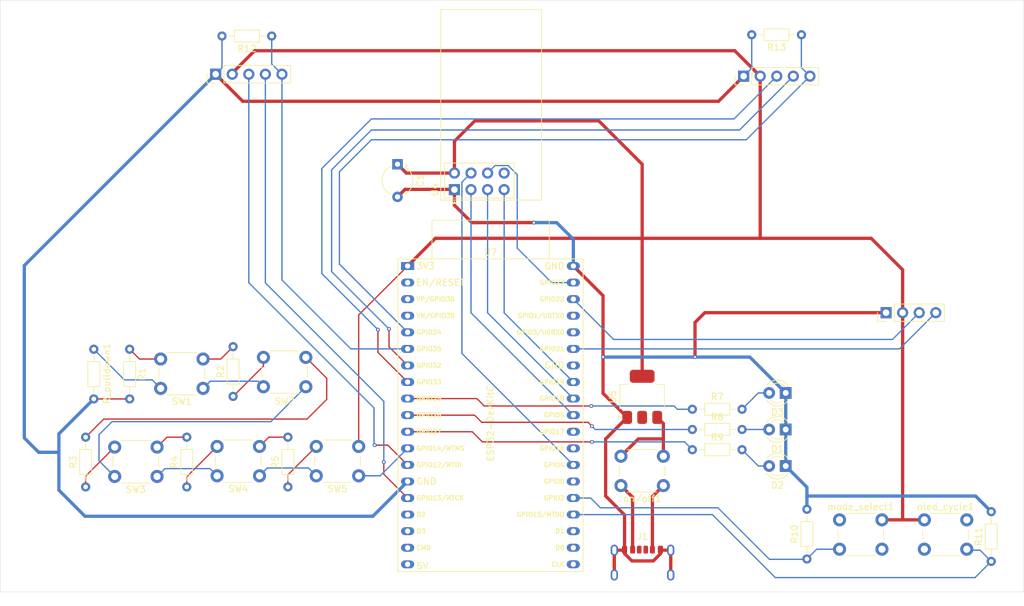
<source format=kicad_pcb>
(kicad_pcb (version 20240108) (generator "pcbnew") (generator_version "8.0")
  (layers (0 "F.Cu" signal) (31 "B.Cu" signal) (34 "B.Paste" user) (35 "F.Paste" user) (36 "B.SilkS" user "B.Silkscreen") (37 "F.SilkS" user "F.Silkscreen") (38 "B.Mask" user) (39 "F.Mask" user) (44 "Edge.Cuts" user))
  (net 0 "")
  (net 1 "GND")
  (net 2 "/3v3")
  (net 3 "Net-(D1-A)")
  (net 4 "Net-(D2-A)")
  (net 5 "Net-(D3-A)")
  (net 8 "/joy0_y")
  (net 9 "/joy0_x")
  (net 10 "/calibrate_joy0")
  (net 11 "/calibrate_joy1")
  (net 12 "/joy1_y")
  (net 13 "/joy1_x")
  (net 14 "/mode_select")
  (net 15 "/oled_cycle")
  (net 16 "Net-(R1-Pad1)")
  (net 17 "Net-(R2-Pad1)")
  (net 18 "Net-(R3-Pad1)")
  (net 19 "Net-(R4-Pad1)")
  (net 20 "/LED1")
  (net 21 "/LED2")
  (net 22 "/LED0")
  (net 23 "/oled_scl")
  (net 24 "/oled_sda")
  (net 25 "/CSN")
  (net 26 "/SCK")
  (net 27 "/MOSI")
  (net 28 "/MISO")
  (net 29 "/CE")
  (net 42 "Net-(on/off1-A)")
  (net 43 "Net-(U5-VI)")
  (net 44 "/sw_analog_in")
  (footprint "Resistor_THT:R_Axial_DIN0204_L3.6mm_D1.6mm_P7.62mm_Horizontal" (layer "F.Cu") (at 110.7 110.23 90)
    (property "Reference" "R2" (at 3.81 -1.92 90) (layer "F.SilkS"))
    (property "Value" "10kΩ")
    (pad "1" thru_hole circle (at 0 0 90) (size 1.4 1.4) (drill 0.7) (layers "*.Cu" "*.Mask") (net 17 "Net-(R2-Pad1)"))
    (pad "2" thru_hole oval (at 7.62 0 90) (size 1.4 1.4) (drill 0.7) (layers "*.Cu" "*.Mask") (net 16 "Net-(R1-Pad1)"))
  )
  (footprint "Capacitor_THT:CP_Radial_Tantal_D4.5mm_P5.00mm" (layer "F.Cu") (at 135.9 74.65 -90)
    (property "Reference" "C1" (at 2.5 -3.5 90) (layer "F.SilkS"))
    (property "Value" "10uF")
    (pad "1" thru_hole rect (at 0 0 270) (size 1.6 1.6) (drill 0.8) (layers "*.Cu" "*.Mask") (net 2 "/3v3"))
    (pad "2" thru_hole circle (at 5 0 270) (size 1.6 1.6) (drill 0.8) (layers "*.Cu" "*.Mask") (net 1 "GND"))
  )
  (footprint "Button_Switch_THT:SW_PUSH_6mm" (layer "F.Cu") (at 99.05 122.5 180)
    (property "Reference" "SW3" (at 3.25 -2 0) (layer "F.SilkS"))
    (property "Value" "SW_Push")
    (pad "1" thru_hole circle (at 0 0 270) (size 2 2) (drill 1.1) (layers "*.Cu" "*.Mask") (net 44 "/sw_analog_in"))
    (pad "1" thru_hole circle (at 6.5 0 270) (size 2 2) (drill 1.1) (layers "*.Cu" "*.Mask") (net 44 "/sw_analog_in"))
    (pad "2" thru_hole circle (at 0 4.5 270) (size 2 2) (drill 1.1) (layers "*.Cu" "*.Mask") (net 18 "Net-(R3-Pad1)"))
    (pad "2" thru_hole circle (at 6.5 4.5 270) (size 2 2) (drill 1.1) (layers "*.Cu" "*.Mask") (net 18 "Net-(R3-Pad1)"))
  )
  (footprint "LED_THT:LED_D3.0mm" (layer "F.Cu") (at 195.4 115.3 180)
    (property "Reference" "D1" (at 1.27 -2.96 0) (layer "F.SilkS"))
    (property "Value" "LED")
    (pad "1" thru_hole rect (at 0 0 180) (size 1.8 1.8) (drill 0.9) (layers "*.Cu" "*.Mask") (net 1 "GND"))
    (pad "2" thru_hole circle (at 2.54 0 180) (size 1.8 1.8) (drill 0.9) (layers "*.Cu" "*.Mask") (net 3 "Net-(D1-A)"))
  )
  (footprint "Button_Switch_THT:SW_PUSH_6mm" (layer "F.Cu") (at 106.1 109 180)
    (property "Reference" "SW1" (at 3.25 -2 0) (layer "F.SilkS"))
    (property "Value" "SW_Push")
    (pad "1" thru_hole circle (at 0 0 270) (size 2 2) (drill 1.1) (layers "*.Cu" "*.Mask") (net 44 "/sw_analog_in"))
    (pad "1" thru_hole circle (at 6.5 0 270) (size 2 2) (drill 1.1) (layers "*.Cu" "*.Mask") (net 44 "/sw_analog_in"))
    (pad "2" thru_hole circle (at 0 4.5 270) (size 2 2) (drill 1.1) (layers "*.Cu" "*.Mask") (net 16 "Net-(R1-Pad1)"))
    (pad "2" thru_hole circle (at 6.5 4.5 270) (size 2 2) (drill 1.1) (layers "*.Cu" "*.Mask") (net 16 "Net-(R1-Pad1)"))
  )
  (footprint "Resistor_THT:R_Axial_DIN0204_L3.6mm_D1.6mm_P7.62mm_Horizontal" (layer "F.Cu") (at 89.35 103 -90)
    (property "Reference" "R_pulldown1" (at 3.75 -2 90) (layer "F.SilkS"))
    (property "Value" "10kΩ")
    (pad "1" thru_hole circle (at 0 0 270) (size 1.4 1.4) (drill 0.7) (layers "*.Cu" "*.Mask") (net 44 "/sw_analog_in"))
    (pad "2" thru_hole oval (at 7.62 0 270) (size 1.4 1.4) (drill 0.7) (layers "*.Cu" "*.Mask") (net 1 "GND"))
  )
  (footprint "Button_Switch_THT:SW_PUSH_6mm" (layer "F.Cu") (at 114.75 122.4 180)
    (property "Reference" "SW4" (at 3.25 -2 0) (layer "F.SilkS"))
    (property "Value" "SW_Push")
    (pad "1" thru_hole circle (at 0 0 270) (size 2 2) (drill 1.1) (layers "*.Cu" "*.Mask") (net 44 "/sw_analog_in"))
    (pad "1" thru_hole circle (at 6.5 0 270) (size 2 2) (drill 1.1) (layers "*.Cu" "*.Mask") (net 44 "/sw_analog_in"))
    (pad "2" thru_hole circle (at 0 4.5 270) (size 2 2) (drill 1.1) (layers "*.Cu" "*.Mask") (net 19 "Net-(R4-Pad1)"))
    (pad "2" thru_hole circle (at 6.5 4.5 270) (size 2 2) (drill 1.1) (layers "*.Cu" "*.Mask") (net 19 "Net-(R4-Pad1)"))
  )
  (footprint "Button_Switch_THT:SW_PUSH_6mm" (layer "F.Cu") (at 216.65 129.15)
    (property "Reference" "oled_cycle1" (at 3.25 -2 0) (layer "F.SilkS"))
    (property "Value" "SW_Push")
    (pad "1" thru_hole circle (at 0 0 90) (size 2 2) (drill 1.1) (layers "*.Cu" "*.Mask") (net 2 "/3v3"))
    (pad "1" thru_hole circle (at 6.5 0 90) (size 2 2) (drill 1.1) (layers "*.Cu" "*.Mask") (net 2 "/3v3"))
    (pad "2" thru_hole circle (at 0 4.5 90) (size 2 2) (drill 1.1) (layers "*.Cu" "*.Mask") (net 15 "/oled_cycle"))
    (pad "2" thru_hole circle (at 6.5 4.5 90) (size 2 2) (drill 1.1) (layers "*.Cu" "*.Mask") (net 15 "/oled_cycle"))
  )
  (footprint "Resistor_THT:R_Axial_DIN0204_L3.6mm_D1.6mm_P7.62mm_Horizontal" (layer "F.Cu") (at 197.81 54.8 180)
    (property "Reference" "R13" (at 3.81 -1.92 0) (layer "F.SilkS"))
    (property "Value" "10kΩ")
    (pad "1" thru_hole circle (at 0 0 180) (size 1.4 1.4) (drill 0.7) (layers "*.Cu" "*.Mask") (net 10 "/calibrate_joy0"))
    (pad "2" thru_hole oval (at 7.62 0 180) (size 1.4 1.4) (drill 0.7) (layers "*.Cu" "*.Mask") (net 1 "GND"))
  )
  (footprint "Resistor_THT:R_Axial_DIN0204_L3.6mm_D1.6mm_P7.62mm_Horizontal" (layer "F.Cu") (at 226.9 135.52 90)
    (property "Reference" "R11" (at 3.81 -1.92 90) (layer "F.SilkS"))
    (property "Value" "10kΩ")
    (pad "1" thru_hole circle (at 0 0 90) (size 1.4 1.4) (drill 0.7) (layers "*.Cu" "*.Mask") (net 15 "/oled_cycle"))
    (pad "2" thru_hole oval (at 7.62 0 90) (size 1.4 1.4) (drill 0.7) (layers "*.Cu" "*.Mask") (net 1 "GND"))
  )
  (footprint "Package_TO_SOT_SMD:SOT-223-3_TabPin2" (layer "F.Cu") (at 173.4 110.3 90)
    (property "Reference" "U5" (at 0 -4.5 90) (layer "F.SilkS"))
    (property "Value" "AMS1117-3.3")
    (pad "1" smd roundrect (at -3.15 -2.3 90) (size 2 1.5) (layers "F.Cu" "F.Paste" "F.Mask") (net 1 "GND"))
    (pad "2" smd roundrect (at -3.15 0 90) (size 2 1.5) (layers "F.Cu" "F.Paste" "F.Mask") (net 2 "/3v3"))
    (pad "2" smd roundrect (at 3.15 0 90) (size 2 3.8) (layers "F.Cu" "F.Paste" "F.Mask") (net 2 "/3v3"))
    (pad "3" smd roundrect (at -3.15 2.3 90) (size 2 1.5) (layers "F.Cu" "F.Paste" "F.Mask") (net 43 "Net-(U5-VI)"))
  )
  (footprint "LED_THT:LED_D3.0mm" (layer "F.Cu") (at 195.4 120.9 180)
    (property "Reference" "D2" (at 1.27 -2.96 0) (layer "F.SilkS"))
    (property "Value" "LED")
    (pad "1" thru_hole rect (at 0 0 180) (size 1.8 1.8) (drill 0.9) (layers "*.Cu" "*.Mask") (net 1 "GND"))
    (pad "2" thru_hole circle (at 2.54 0 180) (size 1.8 1.8) (drill 0.9) (layers "*.Cu" "*.Mask") (net 4 "Net-(D2-A)"))
  )
  (footprint "PCM_Espressif:ESP32-DevKitC" (layer "F.Cu") (at 137.45 90.24656)
    (property "Reference" "U7" (at 12.7 -2.1 0) (layer "F.SilkS"))
    (property "Value" "ESP32-DevKitC" (at 12.7 24.13 90) (layer "F.SilkS"))
    (fp_text user "GPIO32" (at 1.27 15.24 0) (layer "F.SilkS") (effects (font (size 0.7 0.7)) (justify left)))
    (fp_text user "5V" (at 1.26632 45.97128 0) (layer "F.SilkS") (effects (justify left)))
    (fp_text user "GPIO25" (at 1.27 20.32 0) (layer "F.SilkS") (effects (font (size 0.7 0.7)) (justify left)))
    (fp_text user "GPIO23" (at 24.13 2.54 0) (layer "F.SilkS") (effects (font (size 0.7 0.7)) (justify right)))
    (fp_text user "GPIO35" (at 1.27 12.7 0) (layer "F.SilkS") (effects (font (size 0.7 0.7)) (justify left)))
    (fp_text user "GPIO27" (at 1.27 25.4 0) (layer "F.SilkS") (effects (font (size 0.7 0.7)) (justify left)))
    (fp_text user "D2" (at 1.27 38.1 0) (layer "F.SilkS") (effects (font (size 0.7 0.7)) (justify left)))
    (fp_text user "VN/GPIO39" (at 1.27 7.62 0) (layer "F.SilkS") (effects (font (size 0.7 0.7)) (justify left)))
    (fp_text user "GPIO14/MTMS" (at 1.27 27.94 0) (layer "F.SilkS") (effects (font (size 0.7 0.7)) (justify left)))
    (fp_text user "GPIO4" (at 24.13 30.48 0) (layer "F.SilkS") (effects (font (size 0.7 0.7)) (justify right)))
    (fp_text user "GPIO33" (at 1.27 17.78 0) (layer "F.SilkS") (effects (font (size 0.7 0.7)) (justify left)))
    (fp_text user "D0" (at 24.13 43.18 0) (layer "F.SilkS") (effects (font (size 0.7 0.7)) (justify right)))
    (fp_text user "GPIO5" (at 24.13 22.86 0) (layer "F.SilkS") (effects (font (size 0.7 0.7)) (justify right)))
    (fp_text user "D3" (at 1.27 40.64 0) (layer "F.SilkS") (effects (font (size 0.7 0.7)) (justify left)))
    (fp_text user "GPIO12/MTDI" (at 1.27 30.48 0) (layer "F.SilkS") (effects (font (size 0.7 0.7)) (justify left)))
    (fp_text user "GPIO22" (at 24.13 5.08 0) (layer "F.SilkS") (effects (font (size 0.7 0.7)) (justify right)))
    (fp_text user "GPIO0" (at 24.13 33.02 0) (layer "F.SilkS") (effects (font (size 0.7 0.7)) (justify right)))
    (fp_text user "GND" (at 24.13 15.24 0) (layer "F.SilkS") (effects (justify right)))
    (fp_text user "GPIO3/U0RXD" (at 24.13 10.16 0) (layer "F.SilkS") (effects (font (size 0.7 0.7)) (justify right)))
    (fp_text user "GPIO16" (at 24.13 27.94 0) (layer "F.SilkS") (effects (font (size 0.7 0.7)) (justify right)))
    (fp_text user "GPIO26" (at 1.27 22.86 0) (layer "F.SilkS") (effects (font (size 0.7 0.7)) (justify left)))
    (fp_text user "CLK" (at 24.13 45.72 0) (layer "F.SilkS") (effects (font (size 0.7 0.7)) (justify right)))
    (fp_text user "GPIO2" (at 24.13 35.56 0) (layer "F.SilkS") (effects (font (size 0.7 0.7)) (justify right)))
    (fp_text user "VP/GPIO36" (at 1.27 5.08 0) (layer "F.SilkS") (effects (font (size 0.7 0.7)) (justify left)))
    (fp_text user "GPIO13/MTCK" (at 1.27 35.56 0) (layer "F.SilkS") (effects (font (size 0.7 0.7)) (justify left)))
    (fp_text user "GPIO17" (at 24.13 25.4 0) (layer "F.SilkS") (effects (font (size 0.7 0.7)) (justify right)))
    (fp_text user "GND" (at 1.27 33.02 0) (layer "F.SilkS") (effects (justify left)))
    (fp_text user "GPIO1/U0TXD" (at 24.13 7.62 0) (layer "F.SilkS") (effects (font (size 0.7 0.7)) (justify right)))
    (fp_text user "CMD" (at 1.27 43.18 0) (layer "F.SilkS") (effects (font (size 0.7 0.7)) (justify left)))
    (fp_text user "GPIO34" (at 1.27 10.16 0) (layer "F.SilkS") (effects (font (size 0.7 0.7)) (justify left)))
    (fp_text user "GPIO18" (at 24.13 20.32 0) (layer "F.SilkS") (effects (font (size 0.7 0.7)) (justify right)))
    (fp_text user "D1" (at 24.13 40.64 0) (layer "F.SilkS") (effects (font (size 0.7 0.7)) (justify right)))
    (fp_text user "GPIO19" (at 24.13 17.78 0) (layer "F.SilkS") (effects (font (size 0.7 0.7)) (justify right)))
    (fp_text user "GPIO15/MTDO" (at 24.13 38.1 0) (layer "F.SilkS") (effects (font (size 0.7 0.7)) (justify right)))
    (fp_text user "3V3" (at 1.27 0 0) (layer "F.SilkS") (effects (justify left)))
    (fp_text user "GND" (at 24.13 0 0) (layer "F.SilkS") (effects (justify right)))
    (fp_text user "EN/RESET" (at 8.88632 2.53728 0) (layer "F.SilkS") (effects (justify right)))
    (fp_text user "GPIO21" (at 24.13 12.7 0) (layer "F.SilkS") (effects (font (size 0.7 0.7)) (justify right)))
    (pad "1" thru_hole rect (at 0 0 270) (size 1.2 2) (drill 0.8) (layers "*.Cu" "*.Mask") (net 2 "/3v3"))
    (pad "2" thru_hole oval (at 0 2.54 270) (size 1.2 2) (drill 0.8) (layers "*.Cu" "*.Mask"))
    (pad "3" thru_hole oval (at 0 5.08 270) (size 1.2 2) (drill 0.8) (layers "*.Cu" "*.Mask"))
    (pad "4" thru_hole oval (at 0 7.62 270) (size 1.2 2) (drill 0.8) (layers "*.Cu" "*.Mask"))
    (pad "5" thru_hole oval (at 0 10.16 270) (size 1.2 2) (drill 0.8) (layers "*.Cu" "*.Mask") (net 10 "/calibrate_joy0"))
    (pad "6" thru_hole oval (at 0 12.7 270) (size 1.2 2) (drill 0.8) (layers "*.Cu" "*.Mask") (net 11 "/calibrate_joy1"))
    (pad "7" thru_hole oval (at 0 15.24 270) (size 1.2 2) (drill 0.8) (layers "*.Cu" "*.Mask") (net 8 "/joy0_y"))
    (pad "8" thru_hole oval (at 0 17.78 270) (size 1.2 2) (drill 0.8) (layers "*.Cu" "*.Mask") (net 9 "/joy0_x"))
    (pad "9" thru_hole oval (at 0 20.32 270) (size 1.2 2) (drill 0.8) (layers "*.Cu" "*.Mask") (net 22 "/LED0"))
    (pad "10" thru_hole oval (at 0 22.86 270) (size 1.2 2) (drill 0.8) (layers "*.Cu" "*.Mask") (net 20 "/LED1"))
    (pad "11" thru_hole oval (at 0 25.4 270) (size 1.2 2) (drill 0.8) (layers "*.Cu" "*.Mask") (net 21 "/LED2"))
    (pad "12" thru_hole oval (at 0 27.94 270) (size 1.2 2) (drill 0.8) (layers "*.Cu" "*.Mask") (net 44 "/sw_analog_in"))
    (pad "13" thru_hole oval (at 0 30.48 270) (size 1.2 2) (drill 0.8) (layers "*.Cu" "*.Mask") (net 13 "/joy1_x"))
    (pad "14" thru_hole oval (at 0 33.02 270) (size 1.2 2) (drill 0.8) (layers "*.Cu" "*.Mask") (net 1 "GND"))
    (pad "15" thru_hole oval (at 0 35.56 270) (size 1.2 2) (drill 0.8) (layers "*.Cu" "*.Mask") (net 12 "/joy1_y"))
    (pad "16" thru_hole oval (at 0 38.1 270) (size 1.2 2) (drill 0.8) (layers "*.Cu" "*.Mask"))
    (pad "17" thru_hole oval (at 0 40.64 270) (size 1.2 2) (drill 0.8) (layers "*.Cu" "*.Mask"))
    (pad "18" thru_hole oval (at 0 43.18 270) (size 1.2 2) (drill 0.8) (layers "*.Cu" "*.Mask"))
    (pad "19" thru_hole oval (at 0 45.72 270) (size 1.2 2) (drill 0.8) (layers "*.Cu" "*.Mask"))
    (pad "20" thru_hole oval (at 25.39632 45.71728 270) (size 1.2 2) (drill 0.8) (layers "*.Cu" "*.Mask"))
    (pad "21" thru_hole oval (at 25.39632 43.17728 270) (size 1.2 2) (drill 0.8) (layers "*.Cu" "*.Mask"))
    (pad "22" thru_hole oval (at 25.4 40.64 270) (size 1.2 2) (drill 0.8) (layers "*.Cu" "*.Mask"))
    (pad "23" thru_hole oval (at 25.4 38.1 270) (size 1.2 2) (drill 0.8) (layers "*.Cu" "*.Mask") (net 15 "/oled_cycle"))
    (pad "24" thru_hole oval (at 25.4 35.56 270) (size 1.2 2) (drill 0.8) (layers "*.Cu" "*.Mask") (net 14 "/mode_select"))
    (pad "25" thru_hole oval (at 25.4 33.02 270) (size 1.2 2) (drill 0.8) (layers "*.Cu" "*.Mask"))
    (pad "26" thru_hole oval (at 25.4 30.48 270) (size 1.2 2) (drill 0.8) (layers "*.Cu" "*.Mask") (net 25 "/CSN"))
    (pad "27" thru_hole oval (at 25.4 27.94 270) (size 1.2 2) (drill 0.8) (layers "*.Cu" "*.Mask"))
    (pad "28" thru_hole oval (at 25.4 25.4 270) (size 1.2 2) (drill 0.8) (layers "*.Cu" "*.Mask"))
    (pad "29" thru_hole oval (at 25.4 22.86 270) (size 1.2 2) (drill 0.8) (layers "*.Cu" "*.Mask") (net 29 "/CE"))
    (pad "30" thru_hole oval (at 25.4 20.32 270) (size 1.2 2) (drill 0.8) (layers "*.Cu" "*.Mask") (net 26 "/SCK"))
    (pad "31" thru_hole oval (at 25.4 17.78 270) (size 1.2 2) (drill 0.8) (layers "*.Cu" "*.Mask") (net 28 "/MISO"))
    (pad "32" thru_hole oval (at 25.4 15.24 270) (size 1.2 2) (drill 0.8) (layers "*.Cu" "*.Mask") (net 1 "GND"))
    (pad "33" thru_hole oval (at 25.4 12.7 270) (size 1.2 2) (drill 0.8) (layers "*.Cu" "*.Mask") (net 24 "/oled_sda"))
    (pad "34" thru_hole oval (at 25.4 10.16 270) (size 1.2 2) (drill 0.8) (layers "*.Cu" "*.Mask"))
    (pad "35" thru_hole oval (at 25.4 7.62 270) (size 1.2 2) (drill 0.8) (layers "*.Cu" "*.Mask"))
    (pad "36" thru_hole oval (at 25.4 5.08 270) (size 1.2 2) (drill 0.8) (layers "*.Cu" "*.Mask") (net 23 "/oled_scl"))
    (pad "37" thru_hole oval (at 25.4 2.54 270) (size 1.2 2) (drill 0.8) (layers "*.Cu" "*.Mask") (net 27 "/MOSI"))
    (pad "38" thru_hole oval (at 25.4 0 270) (size 1.2 2) (drill 0.8) (layers "*.Cu" "*.Mask") (net 1 "GND"))
  )
  (footprint "Button_Switch_THT:SW_PUSH_6mm" (layer "F.Cu") (at 176.65 123.9 180)
    (property "Reference" "on/off1" (at 3.25 -2 0) (layer "F.SilkS"))
    (property "Value" "SW_SPST")
    (pad "1" thru_hole circle (at 0 0 270) (size 2 2) (drill 1.1) (layers "*.Cu" "*.Mask") (net 42 "Net-(on/off1-A)"))
    (pad "1" thru_hole circle (at 6.5 0 270) (size 2 2) (drill 1.1) (layers "*.Cu" "*.Mask") (net 42 "Net-(on/off1-A)"))
    (pad "2" thru_hole circle (at 0 4.5 270) (size 2 2) (drill 1.1) (layers "*.Cu" "*.Mask") (net 43 "Net-(U5-VI)"))
    (pad "2" thru_hole circle (at 6.5 4.5 270) (size 2 2) (drill 1.1) (layers "*.Cu" "*.Mask") (net 43 "Net-(U5-VI)"))
  )
  (footprint "custom_controller:generic_joystick_footprint" (layer "F.Cu") (at 194.15 60.95 90)
    (property "Reference" "joy0" (hide yes))
    (property "Value" "~")
    (pad "1" thru_hole rect (at -0.2 -5.2 90) (size 1.7 1.7) (drill 1) (layers "*.Cu" "*.Mask") (net 1 "GND"))
    (pad "2" thru_hole oval (at -0.2 -2.66 90) (size 1.7 1.7) (drill 1) (layers "*.Cu" "*.Mask") (net 2 "/3v3"))
    (pad "3" thru_hole oval (at -0.2 -0.12 90) (size 1.7 1.7) (drill 1) (layers "*.Cu" "*.Mask") (net 9 "/joy0_x"))
    (pad "4" thru_hole oval (at -0.2 2.42 90) (size 1.7 1.7) (drill 1) (layers "*.Cu" "*.Mask") (net 8 "/joy0_y"))
    (pad "5" thru_hole oval (at -0.2 4.96 90) (size 1.7 1.7) (drill 1) (layers "*.Cu" "*.Mask") (net 10 "/calibrate_joy0"))
  )
  (footprint "Resistor_THT:R_Axial_DIN0204_L3.6mm_D1.6mm_P7.62mm_Horizontal" (layer "F.Cu") (at 116.62 55 180)
    (property "Reference" "R12" (at 3.81 -1.92 0) (layer "F.SilkS"))
    (property "Value" "10kΩ")
    (pad "1" thru_hole circle (at 0 0 180) (size 1.4 1.4) (drill 0.7) (layers "*.Cu" "*.Mask") (net 11 "/calibrate_joy1"))
    (pad "2" thru_hole oval (at 7.62 0 180) (size 1.4 1.4) (drill 0.7) (layers "*.Cu" "*.Mask") (net 1 "GND"))
  )
  (footprint "Button_Switch_THT:SW_PUSH_6mm" (layer "F.Cu") (at 121.85 108.75 180)
    (property "Reference" "SW2" (at 3.25 -2.25 0) (layer "F.SilkS"))
    (property "Value" "SW_Push")
    (pad "1" thru_hole circle (at 0 0 270) (size 2 2) (drill 1.1) (layers "*.Cu" "*.Mask") (net 44 "/sw_analog_in"))
    (pad "1" thru_hole circle (at 6.5 0 270) (size 2 2) (drill 1.1) (layers "*.Cu" "*.Mask") (net 44 "/sw_analog_in"))
    (pad "2" thru_hole circle (at 0 4.5 270) (size 2 2) (drill 1.1) (layers "*.Cu" "*.Mask") (net 17 "Net-(R2-Pad1)"))
    (pad "2" thru_hole circle (at 6.5 4.5 270) (size 2 2) (drill 1.1) (layers "*.Cu" "*.Mask") (net 17 "Net-(R2-Pad1)"))
  )
  (footprint "Resistor_THT:R_Axial_DIN0204_L3.6mm_D1.6mm_P7.62mm_Horizontal" (layer "F.Cu") (at 181.09 112.2)
    (property "Reference" "R7" (at 3.81 -1.92 0) (layer "F.SilkS"))
    (property "Value" "1kΩ")
    (pad "1" thru_hole circle (at 0 0) (size 1.4 1.4) (drill 0.7) (layers "*.Cu" "*.Mask") (net 22 "/LED0"))
    (pad "2" thru_hole oval (at 7.62 0) (size 1.4 1.4) (drill 0.7) (layers "*.Cu" "*.Mask") (net 5 "Net-(D3-A)"))
  )
  (footprint "Connector_USB:USB_C_Receptacle_GCT_USB4125-xx-x_6P_TopMnt_Horizontal" (layer "F.Cu") (at 173.45 136.8)
    (property "Reference" "J1" (at 0 -5.1 0) (layer "F.SilkS"))
    (property "Value" "USB_C_Receptacle_PowerOnly_6P")
    (pad "A5" smd roundrect (at -0.5 -3.08) (size 0.7 1.2) (layers "F.Cu" "F.Paste" "F.Mask"))
    (pad "A9" smd roundrect (at 1.52 -3.08 180) (size 0.76 1.2) (layers "F.Cu" "F.Paste" "F.Mask") (net 42 "Net-(on/off1-A)"))
    (pad "A12" smd roundrect (at 2.75 -3.08 180) (size 0.8 1.2) (layers "F.Cu" "F.Paste" "F.Mask") (net 1 "GND"))
    (pad "B5" smd roundrect (at 0.5 -3.08 180) (size 0.7 1.2) (layers "F.Cu" "F.Paste" "F.Mask"))
    (pad "B9" smd roundrect (at -1.52 -3.08) (size 0.76 1.2) (layers "F.Cu" "F.Paste" "F.Mask") (net 42 "Net-(on/off1-A)"))
    (pad "B12" smd roundrect (at -2.75 -3.08) (size 0.8 1.2) (layers "F.Cu" "F.Paste" "F.Mask") (net 1 "GND"))
    (pad "S1" thru_hole oval (at -4.32 -3) (size 1.1 1.7) (drill oval 0.6 1.2) (layers "*.Cu" "*.Mask" "F.Paste") (net 1 "GND"))
    (pad "S1" thru_hole oval (at -4.32 0.8) (size 1.1 1.7) (drill oval 0.6 1.2) (layers "*.Cu" "*.Mask" "F.Paste") (net 1 "GND"))
    (pad "S1" thru_hole oval (at 4.32 -3) (size 1.1 1.7) (drill oval 0.6 1.2) (layers "*.Cu" "*.Mask" "F.Paste") (net 1 "GND"))
    (pad "S1" thru_hole oval (at 4.32 0.8) (size 1.1 1.7) (drill oval 0.6 1.2) (layers "*.Cu" "*.Mask" "F.Paste") (net 1 "GND"))
  )
  (footprint "Button_Switch_THT:SW_PUSH_6mm" (layer "F.Cu") (at 203.65 129.15)
    (property "Reference" "mode_select1" (at 3.25 -2 0) (layer "F.SilkS"))
    (property "Value" "SW_Push")
    (pad "1" thru_hole circle (at 0 0 90) (size 2 2) (drill 1.1) (layers "*.Cu" "*.Mask") (net 2 "/3v3"))
    (pad "1" thru_hole circle (at 6.5 0 90) (size 2 2) (drill 1.1) (layers "*.Cu" "*.Mask") (net 2 "/3v3"))
    (pad "2" thru_hole circle (at 0 4.5 90) (size 2 2) (drill 1.1) (layers "*.Cu" "*.Mask") (net 14 "/mode_select"))
    (pad "2" thru_hole circle (at 6.5 4.5 90) (size 2 2) (drill 1.1) (layers "*.Cu" "*.Mask") (net 14 "/mode_select"))
  )
  (footprint "Button_Switch_THT:SW_PUSH_6mm" (layer "F.Cu") (at 129.95 122.4 180)
    (property "Reference" "SW5" (at 3.25 -2 0) (layer "F.SilkS"))
    (property "Value" "SW_Push")
    (pad "1" thru_hole circle (at 0 0 270) (size 2 2) (drill 1.1) (layers "*.Cu" "*.Mask") (net 44 "/sw_analog_in"))
    (pad "1" thru_hole circle (at 6.5 0 270) (size 2 2) (drill 1.1) (layers "*.Cu" "*.Mask") (net 44 "/sw_analog_in"))
    (pad "2" thru_hole circle (at 0 4.5 270) (size 2 2) (drill 1.1) (layers "*.Cu" "*.Mask") (net 2 "/3v3"))
    (pad "2" thru_hole circle (at 6.5 4.5 270) (size 2 2) (drill 1.1) (layers "*.Cu" "*.Mask") (net 2 "/3v3"))
  )
  (footprint "Resistor_THT:R_Axial_DIN0204_L3.6mm_D1.6mm_P7.62mm_Horizontal" (layer "F.Cu") (at 94.85 103 -90)
    (property "Reference" "R1" (at 3.81 -1.92 90) (layer "F.SilkS"))
    (property "Value" "10kΩ")
    (pad "1" thru_hole circle (at 0 0 270) (size 1.4 1.4) (drill 0.7) (layers "*.Cu" "*.Mask") (net 16 "Net-(R1-Pad1)"))
    (pad "2" thru_hole oval (at 7.62 0 270) (size 1.4 1.4) (drill 0.7) (layers "*.Cu" "*.Mask") (net 1 "GND"))
  )
  (footprint "Resistor_THT:R_Axial_DIN0204_L3.6mm_D1.6mm_P7.62mm_Horizontal" (layer "F.Cu") (at 198.65 135.15 90)
    (property "Reference" "R10" (at 3.81 -1.92 90) (layer "F.SilkS"))
    (property "Value" "10kΩ")
    (pad "1" thru_hole circle (at 0 0 90) (size 1.4 1.4) (drill 0.7) (layers "*.Cu" "*.Mask") (net 14 "/mode_select"))
    (pad "2" thru_hole oval (at 7.62 0 90) (size 1.4 1.4) (drill 0.7) (layers "*.Cu" "*.Mask") (net 1 "GND"))
  )
  (footprint "RF_Module:nRF24L01_Breakout" (layer "F.Cu") (at 144.625 78.5395 90)
    (property "Reference" "U4" (at 0 -3 90) (layer "F.SilkS"))
    (property "Value" "NRF24L01_Breakout")
    (pad "1" thru_hole rect (at 0 0 90) (size 1.7 1.7) (drill 1) (layers "*.Cu" "*.Mask") (net 1 "GND"))
    (pad "2" thru_hole circle (at 2.54 0 90) (size 1.7 1.7) (drill 1) (layers "*.Cu" "*.Mask") (net 2 "/3v3"))
    (pad "3" thru_hole circle (at 0 2.54 90) (size 1.7 1.7) (drill 1) (layers "*.Cu" "*.Mask") (net 29 "/CE"))
    (pad "4" thru_hole circle (at 2.54 2.54 90) (size 1.7 1.7) (drill 1) (layers "*.Cu" "*.Mask") (net 25 "/CSN"))
    (pad "5" thru_hole circle (at 0 5.08 90) (size 1.7 1.7) (drill 1) (layers "*.Cu" "*.Mask") (net 26 "/SCK"))
    (pad "6" thru_hole circle (at 2.54 5.08 90) (size 1.7 1.7) (drill 1) (layers "*.Cu" "*.Mask") (net 27 "/MOSI"))
    (pad "7" thru_hole circle (at 0 7.62 90) (size 1.7 1.7) (drill 1) (layers "*.Cu" "*.Mask") (net 28 "/MISO"))
    (pad "8" thru_hole circle (at 2.54 7.62 90) (size 1.7 1.7) (drill 1) (layers "*.Cu" "*.Mask"))
  )
  (footprint "Resistor_THT:R_Axial_DIN0204_L3.6mm_D1.6mm_P7.62mm_Horizontal" (layer "F.Cu") (at 119.1 124.1 90)
    (property "Reference" "R5" (at 3.81 -1.92 90) (layer "F.SilkS"))
    (property "Value" "10kΩ")
    (pad "1" thru_hole circle (at 0 0 90) (size 1.4 1.4) (drill 0.7) (layers "*.Cu" "*.Mask") (net 2 "/3v3"))
    (pad "2" thru_hole oval (at 7.62 0 90) (size 1.4 1.4) (drill 0.7) (layers "*.Cu" "*.Mask") (net 19 "Net-(R4-Pad1)"))
  )
  (footprint "Resistor_THT:R_Axial_DIN0204_L3.6mm_D1.6mm_P7.62mm_Horizontal" (layer "F.Cu") (at 181.09 115.3)
    (property "Reference" "R8" (at 3.81 -1.92 0) (layer "F.SilkS"))
    (property "Value" "1kΩ")
    (pad "1" thru_hole circle (at 0 0) (size 1.4 1.4) (drill 0.7) (layers "*.Cu" "*.Mask") (net 20 "/LED1"))
    (pad "2" thru_hole oval (at 7.62 0) (size 1.4 1.4) (drill 0.7) (layers "*.Cu" "*.Mask") (net 3 "Net-(D1-A)"))
  )
  (footprint "custom_controller:generic_joystick_footprint" (layer "F.Cu") (at 113.23 60.65 90)
    (property "Reference" "joy1" (hide yes))
    (property "Value" "~")
    (pad "1" thru_hole rect (at -0.2 -5.2 90) (size 1.7 1.7) (drill 1) (layers "*.Cu" "*.Mask") (net 1 "GND"))
    (pad "2" thru_hole oval (at -0.2 -2.66 90) (size 1.7 1.7) (drill 1) (layers "*.Cu" "*.Mask") (net 2 "/3v3"))
    (pad "3" thru_hole oval (at -0.2 -0.12 90) (size 1.7 1.7) (drill 1) (layers "*.Cu" "*.Mask") (net 13 "/joy1_x"))
    (pad "4" thru_hole oval (at -0.2 2.42 90) (size 1.7 1.7) (drill 1) (layers "*.Cu" "*.Mask") (net 12 "/joy1_y"))
    (pad "5" thru_hole oval (at -0.2 4.96 90) (size 1.7 1.7) (drill 1) (layers "*.Cu" "*.Mask") (net 11 "/calibrate_joy1"))
  )
  (footprint "custom_controller:oled_128x64" (layer "F.Cu") (at 214.82 97.2 90)
    (property "Reference" "U1" (hide yes))
    (property "Value" "oled_128x64" (hide yes))
    (pad "1" thru_hole rect (at -0.2 -4.04 90) (size 1.7 1.7) (drill 1) (layers "*.Cu" "*.Mask") (net 1 "GND"))
    (pad "2" thru_hole oval (at -0.2 -1.5 90) (size 1.7 1.7) (drill 1) (layers "*.Cu" "*.Mask") (net 2 "/3v3"))
    (pad "3" thru_hole oval (at -0.2 1.04 90) (size 1.7 1.7) (drill 1) (layers "*.Cu" "*.Mask") (net 23 "/oled_scl"))
    (pad "4" thru_hole oval (at -0.2 3.58 90) (size 1.7 1.7) (drill 1) (layers "*.Cu" "*.Mask") (net 24 "/oled_sda"))
  )
  (footprint "Resistor_THT:R_Axial_DIN0204_L3.6mm_D1.6mm_P7.62mm_Horizontal" (layer "F.Cu") (at 88.1 124.1 90)
    (property "Reference" "R3" (at 3.81 -1.92 90) (layer "F.SilkS"))
    (property "Value" "10kΩ")
    (pad "1" thru_hole circle (at 0 0 90) (size 1.4 1.4) (drill 0.7) (layers "*.Cu" "*.Mask") (net 18 "Net-(R3-Pad1)"))
    (pad "2" thru_hole oval (at 7.62 0 90) (size 1.4 1.4) (drill 0.7) (layers "*.Cu" "*.Mask") (net 17 "Net-(R2-Pad1)"))
  )
  (footprint "LED_THT:LED_D3.0mm" (layer "F.Cu") (at 195.4 109.7 180)
    (property "Reference" "D3" (at 1.27 -2.96 0) (layer "F.SilkS"))
    (property "Value" "LED")
    (pad "1" thru_hole rect (at 0 0 180) (size 1.8 1.8) (drill 0.9) (layers "*.Cu" "*.Mask") (net 1 "GND"))
    (pad "2" thru_hole circle (at 2.54 0 180) (size 1.8 1.8) (drill 0.9) (layers "*.Cu" "*.Mask") (net 5 "Net-(D3-A)"))
  )
  (footprint "Resistor_THT:R_Axial_DIN0204_L3.6mm_D1.6mm_P7.62mm_Horizontal" (layer "F.Cu") (at 103.6 124.1 90)
    (property "Reference" "R4" (at 3.81 -1.92 90) (layer "F.SilkS"))
    (property "Value" "10kΩ")
    (pad "1" thru_hole circle (at 0 0 90) (size 1.4 1.4) (drill 0.7) (layers "*.Cu" "*.Mask") (net 19 "Net-(R4-Pad1)"))
    (pad "2" thru_hole oval (at 7.62 0 90) (size 1.4 1.4) (drill 0.7) (layers "*.Cu" "*.Mask") (net 18 "Net-(R3-Pad1)"))
  )
  (footprint "Resistor_THT:R_Axial_DIN0204_L3.6mm_D1.6mm_P7.62mm_Horizontal" (layer "F.Cu") (at 181.09 118.4)
    (property "Reference" "R9" (at 3.81 -1.92 0) (layer "F.SilkS"))
    (property "Value" "1kΩ")
    (pad "1" thru_hole circle (at 0 0) (size 1.4 1.4) (drill 0.7) (layers "*.Cu" "*.Mask") (net 21 "/LED2"))
    (pad "2" thru_hole oval (at 7.62 0) (size 1.4 1.4) (drill 0.7) (layers "*.Cu" "*.Mask") (net 4 "Net-(D2-A)"))
  )
  (gr_rect (start 75 49.5) (end 231.9 140.2) (stroke (width 0.05)) (fill none) (layer "Edge.Cuts"))
  (segment (start 167.4 94.79656) (end 167.4 104.2) (width 0.5) (layer "F.Cu") (net 1))
  (segment (start 167.4 104.2) (end 167.4 109.75) (width 0.5) (layer "F.Cu") (net 1))
  (segment (start 112.18 65) (end 108.03 60.85) (width 0.5) (layer "F.Cu") (net 1))
  (segment (start 170.7 134.32) (end 171.83 135.45) (width 0.5) (layer "F.Cu") (net 1))
  (segment (start 171.83 135.45) (end 175.1 135.45) (width 0.5) (layer "F.Cu") (net 1))
  (segment (start 177.77 137.6) (end 177.77 133.8) (width 0.5) (layer "F.Cu") (net 1))
  (segment (start 135.9 79.65) (end 137.05 78.5) (width 0.5) (layer "F.Cu") (net 1))
  (segment (start 167.8 116.75) (end 167.8 125.5) (width 0.5) (layer "F.Cu") (net 1))
  (segment (start 188.95 61.15) (end 185.1 65) (width 0.5) (layer "F.Cu") (net 1))
  (segment (start 169.13 137.6) (end 169.13 133.8) (width 0.5) (layer "F.Cu") (net 1))
  (segment (start 185.1 65) (end 112.18 65) (width 0.5) (layer "F.Cu") (net 1))
  (segment (start 162.85 90.24656) (end 167.4 94.79656) (width 0.5) (layer "F.Cu") (net 1))
  (segment (start 169.13 133.8) (end 170.62 133.8) (width 0.5) (layer "F.Cu") (net 1))
  (segment (start 156.8 83.6) (end 147.3 83.6) (width 0.5) (layer "F.Cu") (net 1))
  (segment (start 144.5855 78.5) (end 144.625 78.5395) (width 0.5) (layer "F.Cu") (net 1))
  (segment (start 167.8 125.5) (end 170.7 128.4) (width 0.5) (layer "F.Cu") (net 1))
  (segment (start 210.78 97.4) (end 183 97.4) (width 0.5) (layer "F.Cu") (net 1))
  (segment (start 89.35 110.62) (end 94.85 110.62) (width 0.2) (layer "F.Cu") (net 1))
  (segment (start 183 97.4) (end 181.5 98.9) (width 0.5) (layer "F.Cu") (net 1))
  (segment (start 170.62 133.8) (end 170.7 133.72) (width 0.5) (layer "F.Cu") (net 1))
  (segment (start 176.28 133.8) (end 176.2 133.72) (width 0.5) (layer "F.Cu") (net 1))
  (segment (start 147.3 83.6) (end 144.625 80.925) (width 0.5) (layer "F.Cu") (net 1))
  (segment (start 171.1 113.45) (end 167.8 116.75) (width 0.5) (layer "F.Cu") (net 1))
  (segment (start 170.7 128.4) (end 170.7 133.72) (width 0.5) (layer "F.Cu") (net 1))
  (segment (start 137.05 78.5) (end 144.5855 78.5) (width 0.5) (layer "F.Cu") (net 1))
  (segment (start 144.625 80.925) (end 144.625 78.5395) (width 0.5) (layer "F.Cu") (net 1))
  (segment (start 175.1 135.45) (end 176.2 134.35) (width 0.5) (layer "F.Cu") (net 1))
  (segment (start 176.2 134.35) (end 176.2 133.72) (width 0.5) (layer "F.Cu") (net 1))
  (segment (start 167.4 109.75) (end 171.1 113.45) (width 0.5) (layer "F.Cu") (net 1))
  (segment (start 170.7 133.72) (end 170.7 134.32) (width 0.5) (layer "F.Cu") (net 1))
  (segment (start 181.5 98.9) (end 181.5 104.2) (width 0.5) (layer "F.Cu") (net 1))
  (segment (start 177.77 133.8) (end 176.28 133.8) (width 0.5) (layer "F.Cu") (net 1))
  (via (at 156.8 83.6) (size 0.6) (drill 0.3) (layers "F.Cu" "B.Cu") (net 1))
  (via (at 181.5 104.2) (size 0.6) (drill 0.3) (layers "F.Cu" "B.Cu") (net 1))
  (via (at 167.4 104.2) (size 0.6) (drill 0.3) (layers "F.Cu" "B.Cu") (net 1))
  (segment (start 84 118.8) (end 84 115.97) (width 0.5) (layer "B.Cu") (net 1))
  (segment (start 80.9 118.8) (end 84 118.8) (width 0.5) (layer "B.Cu") (net 1))
  (segment (start 109 55) (end 109 59.88) (width 0.2) (layer "B.Cu") (net 1))
  (segment (start 195.4 109.7) (end 189.9 104.2) (width 0.5) (layer "B.Cu") (net 1))
  (segment (start 224.5 125.5) (end 198.65 125.5) (width 0.5) (layer "B.Cu") (net 1))
  (segment (start 198.65 127.53) (end 198.65 125.5) (width 0.5) (layer "B.Cu") (net 1))
  (segment (start 226.9 127.9) (end 224.5 125.5) (width 0.5) (layer "B.Cu") (net 1))
  (segment (start 190.19 59.91) (end 188.95 61.15) (width 0.2) (layer "B.Cu") (net 1))
  (segment (start 78.7 90.18) (end 78.7 116.6) (width 0.5) (layer "B.Cu") (net 1))
  (segment (start 195.4 115.3) (end 195.4 109.7) (width 0.5) (layer "B.Cu") (net 1))
  (segment (start 189.9 104.2) (end 181.5 104.2) (width 0.5) (layer "B.Cu") (net 1))
  (segment (start 162.85 86.15) (end 162.85 90.24656) (width 0.5) (layer "B.Cu") (net 1))
  (segment (start 190.19 54.8) (end 190.19 59.91) (width 0.2) (layer "B.Cu") (net 1))
  (segment (start 198.65 125.5) (end 198.65 124.15) (width 0.5) (layer "B.Cu") (net 1))
  (segment (start 198.65 124.15) (end 195.4 120.9) (width 0.5) (layer "B.Cu") (net 1))
  (segment (start 84 115.97) (end 89.35 110.62) (width 0.5) (layer "B.Cu") (net 1))
  (segment (start 84 124.6) (end 84 118.8) (width 0.5) (layer "B.Cu") (net 1))
  (segment (start 88 128.6) (end 84 124.6) (width 0.5) (layer "B.Cu") (net 1))
  (segment (start 156.8 83.6) (end 160.3 83.6) (width 0.5) (layer "B.Cu") (net 1))
  (segment (start 78.7 116.6) (end 80.9 118.8) (width 0.5) (layer "B.Cu") (net 1))
  (segment (start 109 59.88) (end 108.03 60.85) (width 0.2) (layer "B.Cu") (net 1))
  (segment (start 132.11656 128.6) (end 88 128.6) (width 0.5) (layer "B.Cu") (net 1))
  (segment (start 181.5 104.2) (end 167.4 104.2) (width 0.5) (layer "B.Cu") (net 1))
  (segment (start 195.4 120.9) (end 195.4 115.3) (width 0.5) (layer "B.Cu") (net 1))
  (segment (start 160.3 83.6) (end 162.85 86.15) (width 0.5) (layer "B.Cu") (net 1))
  (segment (start 137.45 123.26656) (end 132.11656 128.6) (width 0.5) (layer "B.Cu") (net 1))
  (segment (start 108.03 60.85) (end 78.7 90.18) (width 0.5) (layer "B.Cu") (net 1))
  (segment (start 137.25 76) (end 144.6245 76) (width 0.5) (layer "F.Cu") (net 2))
  (segment (start 141.69656 86) (end 173.4 86) (width 0.5) (layer "F.Cu") (net 2))
  (segment (start 208.5 86) (end 213.32 90.82) (width 0.5) (layer "F.Cu") (net 2))
  (segment (start 166.75 68) (end 147.75 68) (width 0.5) (layer "F.Cu") (net 2))
  (segment (start 119.1 122.25) (end 123.45 117.9) (width 0.2) (layer "F.Cu") (net 2))
  (segment (start 119.1 124.1) (end 119.1 122.25) (width 0.2) (layer "F.Cu") (net 2))
  (segment (start 144.6245 76) (end 144.625 75.9995) (width 0.5) (layer "F.Cu") (net 2))
  (segment (start 213.32 90.82) (end 213.32 97.4) (width 0.5) (layer "F.Cu") (net 2))
  (segment (start 147.75 68) (end 144.625 71.125) (width 0.5) (layer "F.Cu") (net 2))
  (segment (start 216.65 129.15) (end 213.47 129.15) (width 0.5) (layer "F.Cu") (net 2))
  (segment (start 173.4 74.65) (end 166.75 68) (width 0.5) (layer "F.Cu") (net 2))
  (segment (start 191.5 86) (end 208.5 86) (width 0.5) (layer "F.Cu") (net 2))
  (segment (start 213.47 129.15) (end 213.32 129) (width 0.5) (layer "F.Cu") (net 2))
  (segment (start 173.4 107.15) (end 173.4 86) (width 0.5) (layer "F.Cu") (net 2))
  (segment (start 137.45 90.24656) (end 141.69656 86) (width 0.5) (layer "F.Cu") (net 2))
  (segment (start 191.49 61.15) (end 191.49 85.99) (width 0.5) (layer "F.Cu") (net 2))
  (segment (start 191.49 85.99) (end 191.5 86) (width 0.5) (layer "F.Cu") (net 2))
  (segment (start 213.32 97.4) (end 213.32 129) (width 0.5) (layer "F.Cu") (net 2))
  (segment (start 213.32 129.15) (end 210.15 129.15) (width 0.5) (layer "F.Cu") (net 2))
  (segment (start 129.95 97.74656) (end 137.45 90.24656) (width 0.2) (layer "F.Cu") (net 2))
  (segment (start 173.4 86) (end 173.4 74.65) (width 0.5) (layer "F.Cu") (net 2))
  (segment (start 129.95 117.9) (end 129.95 97.74656) (width 0.2) (layer "F.Cu") (net 2))
  (segment (start 213.32 129) (end 213.32 129.15) (width 0.5) (layer "F.Cu") (net 2))
  (segment (start 191.5 86) (end 173.4 86) (width 0.5) (layer "F.Cu") (net 2))
  (segment (start 135.9 74.65) (end 137.25 76) (width 0.5) (layer "F.Cu") (net 2))
  (segment (start 191.49 61.15) (end 187.59 57.25) (width 0.5) (layer "F.Cu") (net 2))
  (segment (start 110.57 60.68) (end 110.57 60.85) (width 0.5) (layer "F.Cu") (net 2))
  (segment (start 114 57.25) (end 110.57 60.68) (width 0.5) (layer "F.Cu") (net 2))
  (segment (start 144.625 71.125) (end 144.625 75.9995) (width 0.5) (layer "F.Cu") (net 2))
  (segment (start 187.59 57.25) (end 114 57.25) (width 0.5) (layer "F.Cu") (net 2))
  (segment (start 192.86 115.3) (end 188.71 115.3) (width 0.2) (layer "B.Cu") (net 3))
  (segment (start 192.86 120.9) (end 191.21 120.9) (width 0.2) (layer "B.Cu") (net 4))
  (segment (start 191.21 120.9) (end 188.71 118.4) (width 0.2) (layer "B.Cu") (net 4))
  (segment (start 191.21 109.7) (end 188.71 112.2) (width 0.2) (layer "B.Cu") (net 5))
  (segment (start 192.86 109.7) (end 191.21 109.7) (width 0.2) (layer "B.Cu") (net 5))
  (segment (start 134.6 102.63656) (end 137.45 105.48656) (width 0.2) (layer "F.Cu") (net 8))
  (segment (start 134.6 99.9) (end 134.6 102.63656) (width 0.2) (layer "F.Cu") (net 8))
  (via (at 134.6 99.9) (size 0.6) (drill 0.3) (layers "F.Cu" "B.Cu") (net 8))
  (segment (start 125.8 75.5) (end 131.9 69.4) (width 0.2) (layer "B.Cu") (net 8))
  (segment (start 134.6 99.9) (end 125.8 91.1) (width 0.2) (layer "B.Cu") (net 8))
  (segment (start 125.8 91.1) (end 125.8 75.5) (width 0.2) (layer "B.Cu") (net 8))
  (segment (start 131.9 69.4) (end 188.32 69.4) (width 0.2) (layer "B.Cu") (net 8))
  (segment (start 188.32 69.4) (end 196.57 61.15) (width 0.2) (layer "B.Cu") (net 8))
  (segment (start 132.9 103.47656) (end 137.45 108.02656) (width 0.2) (layer "F.Cu") (net 9))
  (segment (start 132.9 100) (end 132.9 103.47656) (width 0.2) (layer "F.Cu") (net 9))
  (via (at 132.9 100) (size 0.6) (drill 0.3) (layers "F.Cu" "B.Cu") (net 9))
  (segment (start 124.3 91.4) (end 132.9 100) (width 0.2) (layer "B.Cu") (net 9))
  (segment (start 124.3 75.6) (end 124.3 91.4) (width 0.2) (layer "B.Cu") (net 9))
  (segment (start 131.9 67.7) (end 124.3 75.3) (width 0.2) (layer "B.Cu") (net 9))
  (segment (start 124.3 75.3) (end 124.3 75.6) (width 0.2) (layer "B.Cu") (net 9))
  (segment (start 194.03 61.15) (end 187.48 67.7) (width 0.2) (layer "B.Cu") (net 9))
  (segment (start 187.48 67.7) (end 131.9 67.7) (width 0.2) (layer "B.Cu") (net 9))
  (segment (start 131.9 70.9) (end 127 75.8) (width 0.2) (layer "B.Cu") (net 10))
  (segment (start 127 75.8) (end 127 89.95656) (width 0.2) (layer "B.Cu") (net 10))
  (segment (start 197.8 59.84) (end 199.11 61.15) (width 0.2) (layer "B.Cu") (net 10))
  (segment (start 197.81 54.8) (end 197.8 54.81) (width 0.2) (layer "B.Cu") (net 10))
  (segment (start 199.11 61.15) (end 189.36 70.9) (width 0.2) (layer "B.Cu") (net 10))
  (segment (start 127 89.95656) (end 137.45 100.40656) (width 0.2) (layer "B.Cu") (net 10))
  (segment (start 189.36 70.9) (end 131.9 70.9) (width 0.2) (layer "B.Cu") (net 10))
  (segment (start 197.8 54.81) (end 197.8 59.84) (width 0.2) (layer "B.Cu") (net 10))
  (segment (start 116.62 55) (end 116.62 59.28) (width 0.2) (layer "B.Cu") (net 11))
  (segment (start 128.74656 102.94656) (end 137.45 102.94656) (width 0.2) (layer "B.Cu") (net 11))
  (segment (start 116.62 59.28) (end 118.19 60.85) (width 0.2) (layer "B.Cu") (net 11))
  (segment (start 118.19 60.85) (end 118.19 92.39) (width 0.2) (layer "B.Cu") (net 11))
  (segment (start 118.19 92.39) (end 128.74656 102.94656) (width 0.2) (layer "B.Cu") (net 11))
  (segment (start 133.8 120.3) (end 133.8 122.15656) (width 0.2) (layer "F.Cu") (net 12))
  (segment (start 133.8 122.15656) (end 137.45 125.80656) (width 0.2) (layer "F.Cu") (net 12))
  (via (at 133.8 120.3) (size 0.6) (drill 0.3) (layers "F.Cu" "B.Cu") (net 12))
  (segment (start 115.65 92.83995) (end 115.65 60.85) (width 0.2) (layer "B.Cu") (net 12))
  (segment (start 133.8 120.3) (end 133.8 110.98995) (width 0.2) (layer "B.Cu") (net 12))
  (segment (start 133.8 110.98995) (end 115.65 92.83995) (width 0.2) (layer "B.Cu") (net 12))
  (segment (start 137.42656 120.72656) (end 137.45 120.72656) (width 0.2) (layer "F.Cu") (net 13))
  (segment (start 134.4 117.7) (end 137.42656 120.72656) (width 0.2) (layer "F.Cu") (net 13))
  (segment (start 132.4 117.7) (end 134.4 117.7) (width 0.2) (layer "F.Cu") (net 13))
  (via (at 132.4 117.7) (size 0.6) (drill 0.3) (layers "F.Cu" "B.Cu") (net 13))
  (segment (start 113.11 60.85) (end 113.11 92.81) (width 0.2) (layer "B.Cu") (net 13))
  (segment (start 113.11 92.81) (end 132.3 112) (width 0.2) (layer "B.Cu") (net 13))
  (segment (start 132.3 117.6) (end 132.4 117.7) (width 0.2) (layer "B.Cu") (net 13))
  (segment (start 132.3 112) (end 132.3 117.6) (width 0.2) (layer "B.Cu") (net 13))
  (segment (start 198.6 135.2) (end 198.65 135.15) (width 0.2) (layer "B.Cu") (net 14))
  (segment (start 200.15 133.65) (end 203.65 133.65) (width 0.2) (layer "B.Cu") (net 14))
  (segment (start 185 127.3) (end 192.9 135.2) (width 0.2) (layer "B.Cu") (net 14))
  (segment (start 198.65 135.15) (end 200.15 133.65) (width 0.2) (layer "B.Cu") (net 14))
  (segment (start 167 127.3) (end 185 127.3) (width 0.2) (layer "B.Cu") (net 14))
  (segment (start 192.9 135.2) (end 198.6 135.2) (width 0.2) (layer "B.Cu") (net 14))
  (segment (start 165.50656 125.80656) (end 167 127.3) (width 0.2) (layer "B.Cu") (net 14))
  (segment (start 162.85 125.80656) (end 165.50656 125.80656) (width 0.2) (layer "B.Cu") (net 14))
  (segment (start 162.85 128.34656) (end 184.14656 128.34656) (width 0.2) (layer "B.Cu") (net 15))
  (segment (start 193.8 138) (end 224.42 138) (width 0.2) (layer "B.Cu") (net 15))
  (segment (start 223.1 133.7) (end 223.1 133.8) (width 0.2) (layer "B.Cu") (net 15))
  (segment (start 223.1 133.8) (end 225.18 133.8) (width 0.2) (layer "B.Cu") (net 15))
  (segment (start 224.42 138) (end 226.9 135.52) (width 0.2) (layer "B.Cu") (net 15))
  (segment (start 225.18 133.8) (end 226.9 135.52) (width 0.2) (layer "B.Cu") (net 15))
  (segment (start 184.14656 128.34656) (end 193.8 138) (width 0.2) (layer "B.Cu") (net 15))
  (segment (start 223.15 133.65) (end 223.1 133.7) (width 0.2) (layer "B.Cu") (net 15))
  (segment (start 94.85 103) (end 96.35 104.5) (width 0.2) (layer "F.Cu") (net 16))
  (segment (start 96.35 104.5) (end 99.6 104.5) (width 0.2) (layer "F.Cu") (net 16))
  (segment (start 106.1 104.5) (end 108.81 104.5) (width 0.2) (layer "F.Cu") (net 16))
  (segment (start 108.81 104.5) (end 110.7 102.61) (width 0.2) (layer "F.Cu") (net 16))
  (segment (start 125.05 110.7) (end 122.05 113.7) (width 0.2) (layer "F.Cu") (net 17))
  (segment (start 125.05 107.45) (end 125.05 110.7) (width 0.2) (layer "F.Cu") (net 17))
  (segment (start 115.35 105.58) (end 115.35 104.25) (width 0.2) (layer "F.Cu") (net 17))
  (segment (start 110.7 110.23) (end 115.35 105.58) (width 0.2) (layer "F.Cu") (net 17))
  (segment (start 122.05 113.7) (end 90.88 113.7) (width 0.2) (layer "F.Cu") (net 17))
  (segment (start 121.85 104.25) (end 125.05 107.45) (width 0.2) (layer "F.Cu") (net 17))
  (segment (start 90.88 113.7) (end 88.1 116.48) (width 0.2) (layer "F.Cu") (net 17))
  (segment (start 100.57 116.48) (end 103.6 116.48) (width 0.2) (layer "F.Cu") (net 18))
  (segment (start 99.05 118) (end 100.57 116.48) (width 0.2) (layer "F.Cu") (net 18))
  (segment (start 88.1 122.45) (end 92.55 118) (width 0.2) (layer "F.Cu") (net 18))
  (segment (start 88.1 124.1) (end 88.1 122.45) (width 0.2) (layer "F.Cu") (net 18))
  (segment (start 114.75 117.9) (end 116.17 116.48) (width 0.2) (layer "F.Cu") (net 19))
  (segment (start 103.6 124.1) (end 103.6 122.55) (width 0.2) (layer "F.Cu") (net 19))
  (segment (start 103.6 122.55) (end 108.25 117.9) (width 0.2) (layer "F.Cu") (net 19))
  (segment (start 116.17 116.48) (end 119.1 116.48) (width 0.2) (layer "F.Cu") (net 19))
  (segment (start 165.7 114.8) (end 165.1 114.2) (width 0.2) (layer "F.Cu") (net 20))
  (segment (start 165.1 114.2) (end 148.8 114.2) (width 0.2) (layer "F.Cu") (net 20))
  (segment (start 148.8 114.2) (end 147.70656 113.10656) (width 0.2) (layer "F.Cu") (net 20))
  (segment (start 147.70656 113.10656) (end 137.45 113.10656) (width 0.2) (layer "F.Cu") (net 20))
  (via (at 165.7 114.8) (size 0.6) (drill 0.3) (layers "F.Cu" "B.Cu") (net 20))
  (segment (start 165.7 114.8) (end 166.2 115.3) (width 0.2) (layer "B.Cu") (net 20))
  (segment (start 166.2 115.3) (end 181.09 115.3) (width 0.2) (layer "B.Cu") (net 20))
  (segment (start 147.34656 115.64656) (end 137.45 115.64656) (width 0.2) (layer "F.Cu") (net 21))
  (segment (start 148.9 117.2) (end 147.34656 115.64656) (width 0.2) (layer "F.Cu") (net 21))
  (segment (start 165.7 117.2) (end 148.9 117.2) (width 0.2) (layer "F.Cu") (net 21))
  (via (at 165.7 117.2) (size 0.6) (drill 0.3) (layers "F.Cu" "B.Cu") (net 21))
  (segment (start 179.89 117.2) (end 181.09 118.4) (width 0.2) (layer "B.Cu") (net 21))
  (segment (start 165.7 117.2) (end 179.89 117.2) (width 0.2) (layer "B.Cu") (net 21))
  (segment (start 149.2 111.7) (end 148.06656 110.56656) (width 0.2) (layer "F.Cu") (net 22))
  (segment (start 165.6 111.7) (end 149.2 111.7) (width 0.2) (layer "F.Cu") (net 22))
  (segment (start 148.06656 110.56656) (end 137.45 110.56656) (width 0.2) (layer "F.Cu") (net 22))
  (via (at 165.6 111.7) (size 0.6) (drill 0.3) (layers "F.Cu" "B.Cu") (net 22))
  (segment (start 165.6 111.7) (end 178.3 111.7) (width 0.2) (layer "B.Cu") (net 22))
  (segment (start 178.8 112.2) (end 181.09 112.2) (width 0.2) (layer "B.Cu") (net 22))
  (segment (start 178.3 111.7) (end 178.8 112.2) (width 0.2) (layer "B.Cu") (net 22))
  (segment (start 169.02344 101.5) (end 162.85 95.32656) (width 0.2) (layer "B.Cu") (net 23))
  (segment (start 215.86 97.4) (end 211.76 101.5) (width 0.2) (layer "B.Cu") (net 23))
  (segment (start 211.76 101.5) (end 169.02344 101.5) (width 0.2) (layer "B.Cu") (net 23))
  (segment (start 212.85344 102.94656) (end 162.85 102.94656) (width 0.2) (layer "B.Cu") (net 24))
  (segment (start 218.4 97.4) (end 212.85344 102.94656) (width 0.2) (layer "B.Cu") (net 24))
  (segment (start 147.165 75.9995) (end 145.775 77.3895) (width 0.2) (layer "B.Cu") (net 25))
  (segment (start 145.775 77.3895) (end 145.775 103.65156) (width 0.2) (layer "B.Cu") (net 25))
  (segment (start 145.775 103.65156) (end 162.85 120.72656) (width 0.2) (layer "B.Cu") (net 25))
  (segment (start 149.705 78.5395) (end 149.705 97.42156) (width 0.2) (layer "B.Cu") (net 26))
  (segment (start 149.705 97.42156) (end 162.85 110.56656) (width 0.2) (layer "B.Cu") (net 26))
  (segment (start 152.8495 74.8495) (end 154.25 76.25) (width 0.2) (layer "B.Cu") (net 27))
  (segment (start 154.25 76.25) (end 154.25 87.5) (width 0.2) (layer "B.Cu") (net 27))
  (segment (start 159.53656 92.78656) (end 162.85 92.78656) (width 0.2) (layer "B.Cu") (net 27))
  (segment (start 149.705 75.9995) (end 150.855 74.8495) (width 0.2) (layer "B.Cu") (net 27))
  (segment (start 150.855 74.8495) (end 152.8495 74.8495) (width 0.2) (layer "B.Cu") (net 27))
  (segment (start 154.25 87.5) (end 159.53656 92.78656) (width 0.2) (layer "B.Cu") (net 27))
  (segment (start 152.245 97.42156) (end 162.85 108.02656) (width 0.2) (layer "B.Cu") (net 28))
  (segment (start 152.245 78.5395) (end 152.245 97.42156) (width 0.2) (layer "B.Cu") (net 28))
  (segment (start 147.165 78.5395) (end 147.165 97.42156) (width 0.2) (layer "B.Cu") (net 29))
  (segment (start 147.165 97.42156) (end 162.85 113.10656) (width 0.2) (layer "B.Cu") (net 29))
  (segment (start 174.97 125.58) (end 174.97 133.72) (width 0.5) (layer "F.Cu") (net 42))
  (segment (start 176.65 123.9) (end 174.97 125.58) (width 0.5) (layer "F.Cu") (net 42))
  (segment (start 170.15 123.9) (end 171.93 125.68) (width 0.5) (layer "F.Cu") (net 42))
  (segment (start 171.93 125.68) (end 171.93 133.72) (width 0.5) (layer "F.Cu") (net 42))
  (segment (start 172.8 116.75) (end 176.65 116.75) (width 0.5) (layer "F.Cu") (net 43))
  (segment (start 176.65 116.75) (end 176.65 114.4) (width 0.5) (layer "F.Cu") (net 43))
  (segment (start 170.15 119.4) (end 172.8 116.75) (width 0.5) (layer "F.Cu") (net 43))
  (segment (start 176.65 114.4) (end 175.7 113.45) (width 0.5) (layer "F.Cu") (net 43))
  (segment (start 176.65 119.4) (end 176.65 116.75) (width 0.5) (layer "F.Cu") (net 43))
  (segment (start 122.25 121.2) (end 123.45 122.4) (width 0.2) (layer "B.Cu") (net 44))
  (segment (start 106.1 109) (end 107.2 107.9) (width 0.2) (layer "B.Cu") (net 44))
  (segment (start 107.15 121.3) (end 108.25 122.4) (width 0.2) (layer "B.Cu") (net 44))
  (segment (start 98.3 107.7) (end 99.6 109) (width 0.2) (layer "B.Cu") (net 44))
  (segment (start 94.05 107.7) (end 98.3 107.7) (width 0.2) (layer "B.Cu") (net 44))
  (segment (start 114.75 122.4) (end 115.95 121.2) (width 0.2) (layer "B.Cu") (net 44))
  (segment (start 129.95 122.4) (end 133.23656 122.4) (width 0.2) (layer "B.Cu") (net 44))
  (segment (start 99.05 122.5) (end 100.25 121.3) (width 0.2) (layer "B.Cu") (net 44))
  (segment (start 92.15 114.1) (end 90.15 116.1) (width 0.2) (layer "B.Cu") (net 44))
  (segment (start 114.5 107.9) (end 115.35 108.75) (width 0.2) (layer "B.Cu") (net 44))
  (segment (start 133.23656 122.4) (end 137.45 118.18656) (width 0.2) (layer "B.Cu") (net 44))
  (segment (start 90.15 116.1) (end 90.15 120.1) (width 0.2) (layer "B.Cu") (net 44))
  (segment (start 89.35 103) (end 94.05 107.7) (width 0.2) (layer "B.Cu") (net 44))
  (segment (start 116.5 114.1) (end 92.15 114.1) (width 0.2) (layer "B.Cu") (net 44))
  (segment (start 100.25 121.3) (end 107.15 121.3) (width 0.2) (layer "B.Cu") (net 44))
  (segment (start 107.2 107.9) (end 114.5 107.9) (width 0.2) (layer "B.Cu") (net 44))
  (segment (start 90.15 120.1) (end 92.55 122.5) (width 0.2) (layer "B.Cu") (net 44))
  (segment (start 115.95 121.2) (end 122.25 121.2) (width 0.2) (layer "B.Cu") (net 44))
  (segment (start 121.85 108.75) (end 116.5 114.1) (width 0.2) (layer "B.Cu") (net 44))
)
</source>
